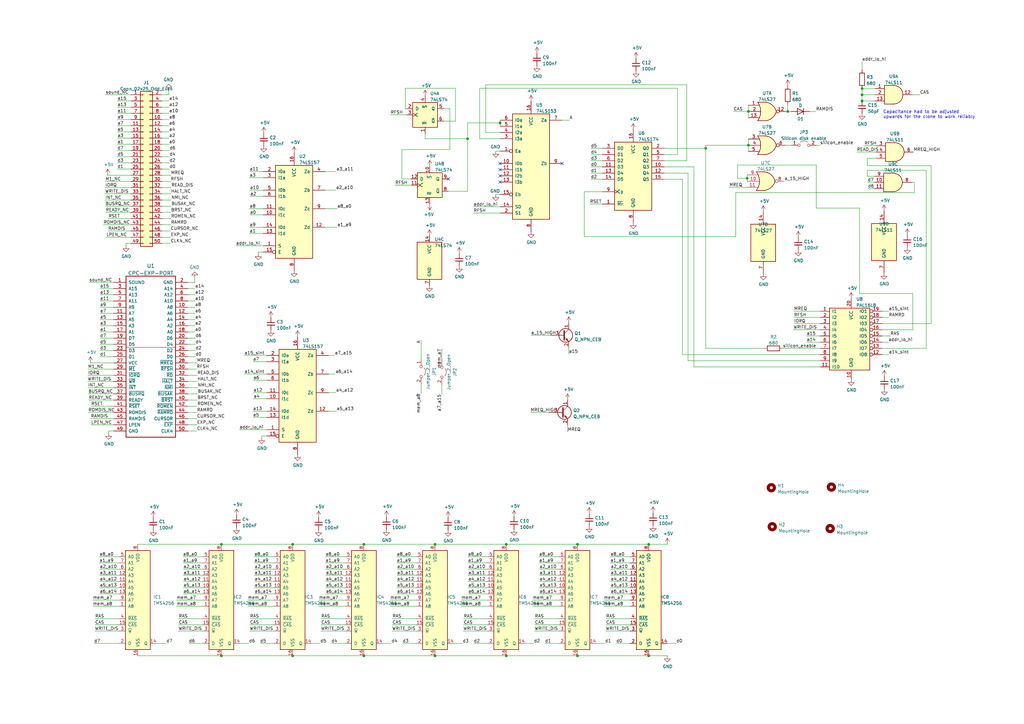
<source format=kicad_sch>
(kicad_sch (version 20211123) (generator eeschema)
  (paper "A3")
  (title_block (title "Memotron 256") (rev "1") (comment 1 "https://github.com/inmbolmie/memotron") (comment 2 "256KB memory expansion for the Amstrad CPC464 computer"))
  (junction (at 120.015 223.266))
  (junction (at 205.105 50.419))
  (junction (at 289.433 60.833))
  (junction (at 90.805 223.266))
  (junction (at 236.855 223.266))
  (junction (at 236.855 268.986))
  (junction (at 306.959 59.563))
  (junction (at 353.568 41.402))
  (junction (at 149.225 223.266))
  (junction (at 178.435 223.266))
  (junction (at 306.959 45.72))
  (junction (at 178.435 268.986))
  (junction (at 90.805 268.986))
  (junction (at 207.645 268.986))
  (junction (at 191.77 56.896))
  (junction (at 120.015 268.986))
  (junction (at 353.568 38.862))
  (junction (at 323.088 45.72))
  (junction (at 207.645 223.266))
  (junction (at 266.065 223.266))
  (junction (at 149.225 268.986))
  (junction (at 306.451 73.152))
  (junction (at 266.065 268.986))
  (junction (at 353.568 36.322))
  (no_connect (at 183.896 73.406))
  (no_connect (at 230.505 67.056))
  (no_connect (at 205.105 74.676))
  (no_connect (at 205.105 67.056))
  (no_connect (at 205.105 69.596))
  (no_connect (at 205.105 72.136))
  (wire (pts (xy 46.609 151.384) (xy 36.068 151.384)))
  (wire (pts (xy 46.609 123.444) (xy 41.021 123.444)))
  (wire (pts (xy 133.35 93.218) (xy 138.303 93.218)))
  (wire (pts (xy 250.444 243.586) (xy 258.445 243.586)))
  (wire (pts (xy 77.089 156.464) (xy 80.899 156.464)))
  (wire (pts (xy 109.347 171.196) (xy 103.759 171.196)))
  (wire (pts (xy 43.561 97.282) (xy 53.721 97.282)))
  (wire (pts (xy 66.421 89.662) (xy 70.104 89.662)))
  (wire (pts (xy 109.347 145.796) (xy 100.203 145.796)))
  (wire (pts (xy 336.423 135.255) (xy 325.374 135.255)))
  (wire (pts (xy 196.723 56.896) (xy 205.105 56.896)))
  (wire (pts (xy 375.031 74.803) (xy 373.888 74.803)))
  (wire (pts (xy 247.015 78.613) (xy 239.649 78.613)))
  (wire (pts (xy 336.423 147.955) (xy 282.194 147.955)))
  (wire (pts (xy 48.895 241.046) (xy 40.894 241.046)))
  (wire (pts (xy 53.721 51.562) (xy 48.133 51.562)))
  (wire (pts (xy 352.552 120.396) (xy 352.552 85.344)))
  (wire (pts (xy 164.846 61.341) (xy 184.531 61.341)))
  (wire (pts (xy 374.396 120.396) (xy 352.552 120.396)))
  (wire (pts (xy 53.721 69.342) (xy 48.133 69.342)))
  (wire (pts (xy 69.469 64.262) (xy 66.421 64.262)))
  (wire (pts (xy 66.421 56.642) (xy 69.342 56.642)))
  (wire (pts (xy 273.685 223.266) (xy 266.065 223.266)))
  (wire (pts (xy 77.089 120.904) (xy 80.01 120.904)))
  (wire (pts (xy 46.609 141.224) (xy 41.021 141.224)))
  (wire (pts (xy 200.025 228.346) (xy 191.897 228.346)))
  (wire (pts (xy 77.089 125.984) (xy 80.01 125.984)))
  (wire (pts (xy 69.977 99.822) (xy 66.421 99.822)))
  (wire (pts (xy 192.024 243.586) (xy 200.025 243.586)))
  (wire (pts (xy 53.721 38.862) (xy 43.307 38.862)))
  (wire (pts (xy 181.991 44.577) (xy 184.531 44.577)))
  (wire (pts (xy 205.105 79.756) (xy 203.327 79.756)))
  (wire (pts (xy 244.475 263.906) (xy 248.158 263.906)))
  (wire (pts (xy 80.137 141.224) (xy 77.089 141.224)))
  (wire (pts (xy 258.445 258.826) (xy 248.412 258.826)))
  (wire (pts (xy 75.184 238.506) (xy 83.185 238.506)))
  (wire (pts (xy 53.721 94.742) (xy 44.323 94.742)))
  (wire (pts (xy 107.95 72.898) (xy 102.362 72.898)))
  (wire (pts (xy 46.609 115.824) (xy 36.576 115.824)))
  (wire (pts (xy 112.395 258.826) (xy 102.362 258.826)))
  (wire (pts (xy 133.35 70.358) (xy 137.922 70.358)))
  (wire (pts (xy 46.609 128.524) (xy 41.021 128.524)))
  (wire (pts (xy 66.421 59.182) (xy 69.342 59.182)))
  (wire (pts (xy 205.105 84.836) (xy 194.183 84.836)))
  (wire (pts (xy 40.767 230.886) (xy 48.895 230.886)))
  (wire (pts (xy 355.727 67.945) (xy 355.727 64.897)))
  (wire (pts (xy 334.645 45.72) (xy 332.105 45.72)))
  (wire (pts (xy 53.721 64.262) (xy 48.133 64.262)))
  (wire (pts (xy 247.015 60.833) (xy 242.316 60.833)))
  (wire (pts (xy 133.604 243.586) (xy 141.605 243.586)))
  (wire (pts (xy 186.817 36.195) (xy 166.243 36.195)))
  (wire (pts (xy 190.119 256.286) (xy 200.025 256.286)))
  (wire (pts (xy 53.721 84.582) (xy 43.18 84.582)))
  (wire (pts (xy 207.645 223.266) (xy 236.855 223.266)))
  (wire (pts (xy 107.95 85.598) (xy 102.362 85.598)))
  (wire (pts (xy 192.024 238.506) (xy 200.025 238.506)))
  (wire (pts (xy 120.015 223.266) (xy 149.225 223.266)))
  (wire (pts (xy 98.425 263.906) (xy 102.108 263.906)))
  (wire (pts (xy 281.686 65.913) (xy 281.686 34.798)))
  (wire (pts (xy 77.089 115.824) (xy 79.883 115.824)))
  (wire (pts (xy 191.77 56.896) (xy 191.77 50.419)))
  (wire (pts (xy 53.721 89.662) (xy 44.45 89.662)))
  (wire (pts (xy 306.959 48.26) (xy 306.959 45.72)))
  (wire (pts (xy 289.433 59.563) (xy 306.959 59.563)))
  (wire (pts (xy 218.44 246.126) (xy 229.235 246.126)))
  (wire (pts (xy 217.551 169.164) (xy 225.171 169.164)))
  (wire (pts (xy 46.609 143.764) (xy 41.021 143.764)))
  (wire (pts (xy 358.648 77.343) (xy 355.981 77.343)))
  (wire (pts (xy 239.649 97.028) (xy 301.752 97.028)))
  (wire (pts (xy 219.329 256.286) (xy 229.235 256.286)))
  (wire (pts (xy 70.231 82.042) (xy 66.421 82.042)))
  (wire (pts (xy 181.229 147.574) (xy 181.229 143.002)))
  (wire (pts (xy 72.39 248.666) (xy 83.185 248.666)))
  (wire (pts (xy 361.823 145.415) (xy 364.49 145.415)))
  (wire (pts (xy 109.347 153.416) (xy 100.203 153.416)))
  (wire (pts (xy 277.876 36.195) (xy 196.723 36.195)))
  (wire (pts (xy 66.421 71.882) (xy 70.104 71.882)))
  (wire (pts (xy 219.329 253.746) (xy 229.235 253.746)))
  (wire (pts (xy 334.772 85.344) (xy 334.772 67.691)))
  (wire (pts (xy 334.772 67.691) (xy 302.514 67.691)))
  (wire (pts (xy 46.609 133.604) (xy 41.021 133.604)))
  (wire (pts (xy 66.421 54.102) (xy 69.342 54.102)))
  (wire (pts (xy 355.727 64.897) (xy 359.41 64.897)))
  (wire (pts (xy 46.609 164.084) (xy 36.322 164.084)))
  (wire (pts (xy 192.024 233.426) (xy 200.025 233.426)))
  (wire (pts (xy 138.049 168.656) (xy 134.747 168.656)))
  (wire (pts (xy 141.605 241.046) (xy 133.604 241.046)))
  (wire (pts (xy 44.577 176.784) (xy 44.577 177.673)))
  (wire (pts (xy 53.721 99.822) (xy 51.689 99.822)))
  (wire (pts (xy 247.65 248.666) (xy 258.445 248.666)))
  (wire (pts (xy 66.421 97.282) (xy 69.977 97.282)))
  (wire (pts (xy 69.215 38.862) (xy 69.215 37.084)))
  (wire (pts (xy 160.909 256.286) (xy 170.815 256.286)))
  (wire (pts (xy 112.395 228.346) (xy 104.267 228.346)))
  (wire (pts (xy 181.229 157.734) (xy 181.229 161.671)))
  (wire (pts (xy 135.89 263.906) (xy 141.605 263.906)))
  (wire (pts (xy 64.135 263.906) (xy 68.199 263.906)))
  (wire (pts (xy 162.814 233.426) (xy 170.815 233.426)))
  (wire (pts (xy 221.234 243.586) (xy 229.235 243.586)))
  (wire (pts (xy 325.628 127.635) (xy 336.423 127.635)))
  (wire (pts (xy 353.568 36.322) (xy 358.902 36.322)))
  (wire (pts (xy 69.977 94.742) (xy 66.421 94.742)))
  (wire (pts (xy 77.089 123.444) (xy 80.01 123.444)))
  (wire (pts (xy 102.489 88.138) (xy 107.95 88.138)))
  (wire (pts (xy 51.689 99.822) (xy 51.689 100.711)))
  (wire (pts (xy 200.025 241.046) (xy 192.024 241.046)))
  (wire (pts (xy 38.1 246.126) (xy 48.895 246.126)))
  (wire (pts (xy 131.699 256.286) (xy 141.605 256.286)))
  (wire (pts (xy 189.23 248.666) (xy 200.025 248.666)))
  (wire (pts (xy 203.327 61.976) (xy 205.105 61.976)))
  (wire (pts (xy 66.421 79.502) (xy 70.104 79.502)))
  (wire (pts (xy 336.423 140.335) (xy 330.835 140.335)))
  (wire (pts (xy 66.421 84.582) (xy 70.231 84.582)))
  (wire (pts (xy 120.015 268.986) (xy 149.225 268.986)))
  (wire (pts (xy 306.959 62.103) (xy 306.959 59.563)))
  (wire (pts (xy 229.235 235.966) (xy 221.234 235.966)))
  (wire (pts (xy 205.105 49.276) (xy 205.105 50.419)))
  (wire (pts (xy 46.609 176.784) (xy 44.577 176.784)))
  (wire (pts (xy 53.721 87.122) (xy 43.307 87.122)))
  (wire (pts (xy 170.815 241.046) (xy 162.814 241.046)))
  (wire (pts (xy 166.243 36.195) (xy 166.243 44.577)))
  (wire (pts (xy 43.053 79.502) (xy 53.721 79.502)))
  (wire (pts (xy 221.234 238.506) (xy 229.235 238.506)))
  (wire (pts (xy 233.299 142.621) (xy 233.299 145.161)))
  (wire (pts (xy 107.95 93.218) (xy 102.362 93.218)))
  (wire (pts (xy 164.846 73.406) (xy 164.846 61.341)))
  (wire (pts (xy 77.089 171.704) (xy 80.772 171.704)))
  (wire (pts (xy 301.752 97.028) (xy 301.752 78.994)))
  (wire (pts (xy 83.185 241.046) (xy 75.184 241.046)))
  (wire (pts (xy 273.685 263.906) (xy 277.368 263.906)))
  (wire (pts (xy 138.303 85.598) (xy 133.35 85.598)))
  (wire (pts (xy 284.607 68.453) (xy 272.415 68.453)))
  (wire (pts (xy 230.505 49.276) (xy 233.553 49.276)))
  (wire (pts (xy 127.635 263.906) (xy 131.318 263.906)))
  (wire (pts (xy 242.316 63.373) (xy 247.015 63.373)))
  (wire (pts (xy 109.347 168.656) (xy 103.759 168.656)))
  (wire (pts (xy 73.279 253.746) (xy 83.185 253.746)))
  (wire (pts (xy 53.721 76.962) (xy 43.18 76.962)))
  (wire (pts (xy 53.721 66.802) (xy 48.133 66.802)))
  (wire (pts (xy 165.1 263.906) (xy 170.815 263.906)))
  (wire (pts (xy 361.823 132.715) (xy 381.889 132.715)))
  (wire (pts (xy 109.347 155.956) (xy 103.886 155.956)))
  (wire (pts (xy 75.184 243.586) (xy 83.185 243.586)))
  (wire (pts (xy 46.609 153.924) (xy 36.068 153.924)))
  (wire (pts (xy 56.515 223.266) (xy 90.805 223.266)))
  (wire (pts (xy 66.421 74.422) (xy 69.977 74.422)))
  (wire (pts (xy 46.609 174.244) (xy 37.338 174.244)))
  (wire (pts (xy 194.183 87.376) (xy 205.105 87.376)))
  (wire (pts (xy 66.421 46.482) (xy 69.342 46.482)))
  (wire (pts (xy 46.609 125.984) (xy 41.021 125.984)))
  (wire (pts (xy 134.747 161.036) (xy 137.795 161.036)))
  (wire (pts (xy 361.823 130.175) (xy 364.49 130.175)))
  (wire (pts (xy 379.857 69.85) (xy 355.727 69.85)))
  (wire (pts (xy 325.628 132.715) (xy 336.423 132.715)))
  (wire (pts (xy 301.752 78.994) (xy 375.031 78.994)))
  (wire (pts (xy 83.185 228.346) (xy 75.057 228.346)))
  (wire (pts (xy 160.02 246.126) (xy 170.815 246.126)))
  (wire (pts (xy 358.648 74.803) (xy 355.854 74.803)))
  (wire (pts (xy 207.645 268.986) (xy 236.855 268.986)))
  (wire (pts (xy 53.721 74.422) (xy 43.18 74.422)))
  (wire (pts (xy 46.609 136.144) (xy 41.021 136.144)))
  (wire (pts (xy 48.895 235.966) (xy 40.894 235.966)))
  (wire (pts (xy 162.814 238.506) (xy 170.815 238.506)))
  (wire (pts (xy 53.721 54.102) (xy 48.133 54.102)))
  (wire (pts (xy 77.089 138.684) (xy 80.137 138.684)))
  (wire (pts (xy 53.721 61.722) (xy 48.133 61.722)))
  (wire (pts (xy 66.421 61.722) (xy 69.469 61.722)))
  (wire (pts (xy 306.451 76.835) (xy 299.085 76.835)))
  (wire (pts (xy 134.747 153.416) (xy 137.541 153.416)))
  (wire (pts (xy 174.371 56.896) (xy 191.77 56.896)))
  (wire (pts (xy 77.089 136.144) (xy 80.01 136.144)))
  (wire (pts (xy 141.605 258.826) (xy 131.572 258.826)))
  (wire (pts (xy 46.609 171.704) (xy 37.211 171.704)))
  (wire (pts (xy 35.941 156.464) (xy 46.609 156.464)))
  (wire (pts (xy 361.823 135.255) (xy 374.396 135.255)))
  (wire (pts (xy 313.436 142.875) (xy 289.433 142.875)))
  (wire (pts (xy 80.899 153.924) (xy 77.089 153.924)))
  (wire (pts (xy 79.883 115.824) (xy 79.883 114.046)))
  (wire (pts (xy 53.721 46.482) (xy 48.133 46.482)))
  (wire (pts (xy 38.989 256.286) (xy 48.895 256.286)))
  (wire (pts (xy 199.263 54.356) (xy 205.105 54.356)))
  (wire (pts (xy 353.568 41.402) (xy 353.568 38.862)))
  (wire (pts (xy 358.902 38.862) (xy 353.568 38.862)))
  (wire (pts (xy 46.609 169.164) (xy 36.195 169.164)))
  (wire (pts (xy 66.421 41.402) (xy 69.342 41.402)))
  (wire (pts (xy 355.727 72.263) (xy 358.648 72.263)))
  (wire (pts (xy 221.107 230.886) (xy 229.235 230.886)))
  (wire (pts (xy 196.723 36.195) (xy 196.723 56.896)))
  (wire (pts (xy 250.444 238.506) (xy 258.445 238.506)))
  (wire (pts (xy 232.791 174.244) (xy 232.791 177.165)))
  (wire (pts (xy 141.605 228.346) (xy 133.477 228.346)))
  (wire (pts (xy 40.894 238.506) (xy 48.895 238.506)))
  (wire (pts (xy 66.421 43.942) (xy 69.342 43.942)))
  (wire (pts (xy 77.089 143.764) (xy 80.137 143.764)))
  (wire (pts (xy 336.423 150.495) (xy 284.607 150.495)))
  (wire (pts (xy 101.6 248.666) (xy 112.395 248.666)))
  (wire (pts (xy 236.855 268.986) (xy 266.065 268.986)))
  (wire (pts (xy 281.686 34.798) (xy 199.263 34.798)))
  (wire (pts (xy 77.089 176.784) (xy 80.772 176.784)))
  (wire (pts (xy 353.568 28.702) (xy 353.568 25.273)))
  (wire (pts (xy 361.823 142.875) (xy 379.857 142.875)))
  (wire (pts (xy 247.015 68.453) (xy 242.316 68.453)))
  (wire (pts (xy 361.823 140.335) (xy 364.363 140.335)))
  (wire (pts (xy 289.433 60.833) (xy 289.433 142.875)))
  (wire (pts (xy 77.089 164.084) (xy 80.899 164.084)))
  (wire (pts (xy 112.395 241.046) (xy 104.394 241.046)))
  (wire (pts (xy 40.894 243.586) (xy 48.895 243.586)))
  (wire (pts (xy 168.656 73.406) (xy 164.846 73.406)))
  (wire (pts (xy 272.415 65.913) (xy 281.686 65.913)))
  (wire (pts (xy 323.088 45.72) (xy 324.485 45.72)))
  (wire (pts (xy 156.845 263.906) (xy 160.528 263.906)))
  (wire (pts (xy 252.73 263.906) (xy 258.445 263.906)))
  (wire (pts (xy 66.421 92.202) (xy 70.104 92.202)))
  (wire (pts (xy 53.721 49.022) (xy 48.133 49.022)))
  (wire (pts (xy 149.225 268.986) (xy 178.435 268.986)))
  (wire (pts (xy 184.531 61.341) (xy 184.531 44.577)))
  (wire (pts (xy 194.31 263.906) (xy 200.025 263.906)))
  (wire (pts (xy 46.609 148.844) (xy 37.084 148.844)))
  (wire (pts (xy 289.433 59.563) (xy 289.433 60.833)))
  (wire (pts (xy 247.65 246.126) (xy 258.445 246.126)))
  (wire (pts (xy 107.95 95.758) (xy 102.362 95.758)))
  (wire (pts (xy 77.089 166.624) (xy 80.899 166.624)))
  (wire (pts (xy 69.469 69.342) (xy 66.421 69.342)))
  (wire (pts (xy 90.805 268.986) (xy 120.015 268.986)))
  (wire (pts (xy 160.02 248.666) (xy 170.815 248.666)))
  (wire (pts (xy 77.089 151.384) (xy 80.645 151.384)))
  (wire (pts (xy 149.225 223.266) (xy 178.435 223.266)))
  (wire (pts (xy 223.52 263.906) (xy 229.235 263.906)))
  (wire (pts (xy 107.95 103.378) (xy 105.918 103.378)))
  (wire (pts (xy 137.795 77.978) (xy 133.35 77.978)))
  (wire (pts (xy 361.823 127.635) (xy 364.49 127.635)))
  (wire (pts (xy 250.444 233.426) (xy 258.445 233.426)))
  (wire (pts (xy 46.609 118.364) (xy 41.021 118.364)))
  (wire (pts (xy 229.235 228.346) (xy 221.107 228.346)))
  (wire (pts (xy 101.6 246.126) (xy 112.395 246.126)))
  (wire (pts (xy 48.895 263.906) (xy 38.608 263.906)))
  (wire (pts (xy 48.895 258.826) (xy 38.862 258.826)))
  (wire (pts (xy 272.415 60.833) (xy 289.433 60.833)))
  (wire (pts (xy 273.685 268.986) (xy 266.065 268.986)))
  (wire (pts (xy 104.394 233.426) (xy 112.395 233.426)))
  (wire (pts (xy 272.415 63.373) (xy 277.876 63.373)))
  (wire (pts (xy 66.421 38.862) (xy 69.215 38.862)))
  (wire (pts (xy 46.609 159.004) (xy 36.068 159.004)))
  (wire (pts (xy 107.95 70.358) (xy 102.362 70.358)))
  (wire (pts (xy 374.396 135.255) (xy 374.396 120.396)))
  (wire (pts (xy 200.025 258.826) (xy 189.992 258.826)))
  (wire (pts (xy 354.457 59.817) (xy 359.41 59.817)))
  (wire (pts (xy 53.721 56.642) (xy 48.133 56.642)))
  (wire (pts (xy 322.199 45.72) (xy 323.088 45.72)))
  (wire (pts (xy 172.72 157.48) (xy 172.72 161.417)))
  (wire (pts (xy 306.959 43.18) (xy 306.959 45.72)))
  (wire (pts (xy 258.445 235.966) (xy 250.444 235.966)))
  (wire (pts (xy 46.609 161.544) (xy 36.195 161.544)))
  (wire (pts (xy 56.515 268.986) (xy 90.805 268.986)))
  (wire (pts (xy 104.394 238.506) (xy 112.395 238.506)))
  (wire (pts (xy 336.296 59.563) (xy 334.772 59.563)))
  (wire (pts (xy 168.656 75.946) (xy 162.052 75.946)))
  (wire (pts (xy 77.089 169.164) (xy 80.772 169.164)))
  (wire (pts (xy 53.721 71.882) (xy 44.196 71.882)))
  (wire (pts (xy 109.347 178.816) (xy 107.315 178.816)))
  (wire (pts (xy 77.089 148.844) (xy 80.772 148.844)))
  (wire (pts (xy 186.817 49.657) (xy 186.817 36.195)))
  (wire (pts (xy 199.263 34.798) (xy 199.263 54.356)))
  (wire (pts (xy 107.315 178.816) (xy 107.315 179.451)))
  (wire (pts (xy 258.445 241.046) (xy 250.444 241.046)))
  (wire (pts (xy 190.119 253.746) (xy 200.025 253.746)))
  (wire (pts (xy 183.896 78.486) (xy 191.77 78.486)))
  (wire (pts (xy 186.055 263.906) (xy 189.738 263.906)))
  (wire (pts (xy 277.876 63.373) (xy 277.876 36.195)))
  (wire (pts (xy 137.287 145.796) (xy 134.747 145.796)))
  (wire (pts (xy 102.489 253.746) (xy 112.395 253.746)))
  (wire (pts (xy 46.609 166.624) (xy 37.338 166.624)))
  (wire (pts (xy 130.81 246.126) (xy 141.605 246.126)))
  (wire (pts (xy 191.77 50.419) (xy 205.105 50.419)))
  (wire (pts (xy 109.347 163.576) (xy 104.013 163.576)))
  (wire (pts (xy 102.616 80.518) (xy 107.95 80.518)))
  (wire (pts (xy 282.194 70.993) (xy 272.415 70.993)))
  (wire (pts (xy 133.604 238.506) (xy 141.605 238.506)))
  (wire (pts (xy 75.184 233.426) (xy 83.185 233.426)))
  (wire (pts (xy 105.918 103.378) (xy 105.918 104.013)))
  (wire (pts (xy 229.235 258.826) (xy 219.202 258.826)))
  (wire (pts (xy 106.68 263.906) (xy 112.395 263.906)))
  (wire (pts (xy 365.125 137.795) (xy 361.823 137.795)))
  (wire (pts (xy 353.568 38.862) (xy 353.568 36.322)))
  (wire (pts (xy 279.908 145.415) (xy 279.908 73.533)))
  (wire (pts (xy 46.609 146.304) (xy 41.021 146.304)))
  (wire (pts (xy 178.435 223.266) (xy 207.645 223.266)))
  (wire (pts (xy 375.031 78.994) (xy 375.031 74.803)))
  (wire (pts (xy 381.889 132.715) (xy 381.889 67.945)))
  (wire (pts (xy 90.805 223.266) (xy 120.015 223.266)))
  (wire (pts (xy 191.897 230.886) (xy 200.025 230.886)))
  (wire (pts (xy 83.185 258.826) (xy 73.152 258.826)))
  (wire (pts (xy 322.199 59.563) (xy 324.612 59.563)))
  (wire (pts (xy 336.423 145.415) (xy 279.908 145.415)))
  (wire (pts (xy 229.235 241.046) (xy 221.234 241.046)))
  (wire (pts (xy 189.23 246.126) (xy 200.025 246.126)))
  (wire (pts (xy 205.105 50.419) (xy 205.105 51.816)))
  (wire (pts (xy 46.609 120.904) (xy 41.021 120.904)))
  (wire (pts (xy 53.721 43.942) (xy 48.133 43.942)))
  (wire (pts (xy 107.95 100.838) (xy 96.774 100.838)))
  (wire (pts (xy 170.815 258.826) (xy 160.782 258.826)))
  (wire (pts (xy 130.81 248.666) (xy 141.605 248.666)))
  (wire (pts (xy 248.539 253.746) (xy 258.445 253.746)))
  (wire (pts (xy 162.687 230.886) (xy 170.815 230.886)))
  (wire (pts (xy 374.142 38.862) (xy 377.317 38.862)))
  (wire (pts (xy 77.089 159.004) (xy 81.026 159.004)))
  (wire (pts (xy 38.989 253.746) (xy 48.895 253.746)))
  (wire (pts (xy 250.317 230.886) (xy 258.445 230.886)))
  (wire (pts (xy 239.649 78.613) (xy 239.649 97.028)))
  (wire (pts (xy 104.267 230.886) (xy 112.395 230.886)))
  (wire (pts (xy 133.604 233.426) (xy 141.605 233.426)))
  (wire (pts (xy 53.721 41.402) (xy 48.133 41.402)))
  (wire (pts (xy 358.902 41.402) (xy 353.568 41.402)))
  (wire (pts (xy 236.855 223.266) (xy 266.065 223.266)))
  (wire (pts (xy 355.727 69.85) (xy 355.727 72.263)))
  (wire (pts (xy 112.395 235.966) (xy 104.394 235.966)))
  (wire (pts (xy 75.057 230.886) (xy 83.185 230.886)))
  (wire (pts (xy 83.185 235.966) (xy 75.184 235.966)))
  (wire (pts (xy 102.489 256.286) (xy 112.395 256.286)))
  (wire (pts (xy 379.857 142.875) (xy 379.857 69.85)))
  (wire (pts (xy 191.77 78.486) (xy 191.77 56.896)))
  (wire (pts (xy 162.814 243.586) (xy 170.815 243.586)))
  (wire (pts (xy 279.908 73.533) (xy 272.415 73.533)))
  (wire (pts (xy 43.18 82.042) (xy 53.721 82.042)))
  (wire (pts (xy 178.435 268.986) (xy 207.645 268.986)))
  (wire (pts (xy 166.243 44.577) (xy 166.751 44.577)))
  (wire (pts (xy 73.279 256.286) (xy 83.185 256.286)))
  (wire (pts (xy 48.895 228.346) (xy 40.767 228.346)))
  (wire (pts (xy 77.089 128.524) (xy 80.01 128.524)))
  (wire (pts (xy 306.451 73.152) (xy 306.451 71.755)))
  (wire (pts (xy 218.44 248.666) (xy 229.235 248.666)))
  (wire (pts (xy 77.089 133.604) (xy 80.01 133.604)))
  (wire (pts (xy 131.699 253.746) (xy 141.605 253.746)))
  (wire (pts (xy 247.015 73.533) (xy 242.316 73.533)))
  (wire (pts (xy 66.421 66.802) (xy 69.469 66.802)))
  (wire (pts (xy 46.609 138.684) (xy 41.021 138.684)))
  (wire (pts (xy 217.805 137.541) (xy 225.679 137.541)))
  (wire (pts (xy 53.721 59.182) (xy 48.133 59.182)))
  (wire (pts (xy 242.316 65.913) (xy 247.015 65.913)))
  (wire (pts (xy 215.265 263.906) (xy 218.948 263.906)))
  (wire (pts (xy 221.234 233.426) (xy 229.235 233.426)))
  (wire (pts (xy 336.423 130.175) (xy 325.628 130.175)))
  (wire (pts (xy 351.409 62.357) (xy 359.41 62.357)))
  (wire (pts (xy 170.815 228.346) (xy 162.687 228.346)))
  (wire (pts (xy 302.514 67.691) (xy 302.514 73.152)))
  (wire (pts (xy 174.371 56.896) (xy 174.371 54.737)))
  (wire (pts (xy 302.514 73.152) (xy 306.451 73.152)))
  (wire (pts (xy 72.39 246.126) (xy 83.185 246.126)))
  (wire (pts (xy 80.137 146.304) (xy 77.089 146.304)))
  (wire (pts (xy 109.347 148.336) (xy 103.759 148.336)))
  (wire (pts (xy 107.95 77.978) (xy 102.489 77.978)))
  (wire (pts (xy 258.445 228.346) (xy 250.317 228.346)))
  (wire (pts (xy 77.089 161.544) (xy 81.026 161.544)))
  (wire (pts (xy 336.423 142.875) (xy 321.056 142.875)))
  (wire (pts (xy 133.477 230.886) (xy 141.605 230.886)))
  (wire (pts (xy 381.889 67.945) (xy 355.727 67.945)))
  (wire (pts (xy 77.089 131.064) (xy 80.01 131.064)))
  (wire (pts (xy 109.347 176.276) (xy 98.171 176.276)))
  (wire (pts (xy 242.316 70.993) (xy 247.015 70.993)))
  (wire (pts (xy 170.815 235.966) (xy 162.814 235.966)))
  (wire (pts (xy 282.194 147.955) (xy 282.194 70.993)))
  (wire (pts (xy 247.015 83.693) (xy 241.935 83.693)))
  (wire (pts (xy 306.451 74.295) (xy 306.451 73.152)))
  (wire (pts (xy 160.909 253.746) (xy 170.815 253.746)))
  (wire (pts (xy 77.47 263.906) (xy 83.185 263.906)))
  (wire (pts (xy 70.104 87.122) (xy 66.421 87.122)))
  (wire (pts (xy 109.347 161.036) (xy 103.886 161.036)))
  (wire (pts (xy 323.088 42.926) (xy 323.088 45.72)))
  (wire (pts (xy 66.421 49.022) (xy 69.342 49.022)))
  (wire (pts (xy 181.991 49.657) (xy 186.817 49.657)))
  (wire (pts (xy 300.863 45.72) (xy 306.959 45.72)))
  (wire (pts (xy 38.1 248.666) (xy 48.895 248.666)))
  (wire (pts (xy 66.421 51.562) (xy 69.342 51.562)))
  (wire (pts (xy 141.605 235.966) (xy 133.604 235.966)))
  (wire (pts (xy 306.959 57.023) (xy 306.959 59.563)))
  (wire (pts (xy 352.552 85.344) (xy 334.772 85.344)))
  (wire (pts (xy 284.607 150.495) (xy 284.607 68.453)))
  (wire (pts (xy 53.721 92.202) (xy 42.418 92.202)))
  (wire (pts (xy 200.025 235.966) (xy 192.024 235.966)))
  (wire (pts (xy 248.539 256.286) (xy 258.445 256.286)))
  (wire (pts (xy 336.423 137.795) (xy 330.835 137.795)))
  (wire (pts (xy 40.894 233.426) (xy 48.895 233.426)))
  (wire (pts (xy 77.089 118.364) (xy 80.01 118.364)))
  (wire (pts (xy 70.231 76.962) (xy 66.421 76.962)))
  (wire (pts (xy 166.751 47.117) (xy 160.147 47.117)))
  (wire (pts (xy 172.72 139.573) (xy 172.72 147.32)))
  (wire (pts (xy 104.394 243.586) (xy 112.395 243.586)))
  (wire (pts (xy 46.609 131.064) (xy 41.021 131.064)))
  (wire (pts (xy 80.772 174.244) (xy 77.089 174.244)))
  (text "Capacitance had to be adjusted \nupwards for the clone to work reliably" (at 362.204 48.768 0) (effects (font (size 1.27 1.27)) (justify left bottom)))
  (label "a_15_HIGH" (at 321.691 74.295 0))
  (label "a1" (at 41.021 136.144 0))
  (label "CAS" (at 160.909 256.286 0))
  (label "ROMDIS_NC" (at 42.418 92.202 0))
  (label "a2_a10" (at 250.444 233.426 0))
  (label "d1" (at 223.52 263.906 0))
  (label "d3" (at 165.1 263.906 0))
  (label "LPEN_NC" (at 43.561 97.282 0))
  (label "a6_a14" (at 250.444 243.586 0))
  (label "mem_a8" (at 160.02 248.666 0))
  (label "CAS" (at 73.279 256.286 0))
  (label "a4_a12" (at 162.814 238.506 0))
  (label "d4" (at 242.316 63.373 0))
  (label "a2_a10" (at 75.184 233.426 0))
  (label "mem_a8" (at 130.81 248.666 0))
  (label "mem_a8" (at 218.44 248.666 0))
  (label "WRITE_DIS" (at 35.941 156.464 0))
  (label "d2" (at 69.469 66.802 0))
  (label "a7" (at 103.759 148.336 0))
  (label "CURSOR_NC" (at 69.977 94.742 0))
  (label "d4" (at 135.89 263.906 0))
  (label "RAS" (at 160.909 253.746 0))
  (label "d5" (at 106.68 263.906 0))
  (label "d0" (at 69.469 69.342 0))
  (label "WRITE_DIS" (at 160.782 258.826 0))
  (label "M1_NC" (at 36.068 151.384 0))
  (label "READY_NC" (at 36.322 164.084 0))
  (label "a8_a0" (at 162.687 228.346 0))
  (label "d6" (at 80.137 138.684 0))
  (label "BUSAK_NC" (at 81.026 161.544 0))
  (label "RAS" (at 190.119 253.746 0))
  (label "mem_a8" (at 172.72 161.417 270))
  (label "a2" (at 69.342 56.642 0))
  (label "LPEN_NC" (at 37.338 174.244 0))
  (label "addr_lo_hi" (at 98.171 176.276 0))
  (label "d3" (at 242.316 65.913 0))
  (label "a5_a13" (at 75.184 241.046 0))
  (label "d1" (at 242.316 70.993 0))
  (label "a14_sint" (at 100.203 153.416 0))
  (label "HALT_NC" (at 80.899 156.464 0))
  (label "RFSH" (at 194.183 87.376 0))
  (label "a3" (at 48.133 56.642 0))
  (label "a12" (at 69.342 43.942 0))
  (label "d2" (at 80.137 143.764 0))
  (label "mem_a7" (at 181.229 143.002 270))
  (label "a11" (at 48.133 46.482 0))
  (label "a11" (at 102.362 70.358 0))
  (label "READ_DIS" (at 80.899 153.924 0))
  (label "ROMEN_NC" (at 80.899 166.624 0))
  (label "a6_a14" (at 75.184 243.586 0))
  (label "a2_a10" (at 133.604 233.426 0))
  (label "MREQ_HIGH" (at 374.65 62.357 0))
  (label "d7" (at 68.199 263.906 0))
  (label "a8_a0" (at 133.477 228.346 0))
  (label "READY_NC" (at 43.307 87.122 0))
  (label "CAS" (at 248.539 256.286 0))
  (label "a13" (at 103.759 168.656 0))
  (label "a9" (at 41.021 125.984 0))
  (label "addr_lo_hi" (at 353.568 25.273 0))
  (label "a4_a12" (at 133.604 238.506 0))
  (label "a2_a10" (at 162.814 233.426 0))
  (label "RFSH" (at 160.147 47.117 0))
  (label "mem_a8" (at 38.1 248.666 0))
  (label "a8_a0" (at 191.897 228.346 0))
  (label "d0" (at 277.368 263.906 0))
  (label "M1_NC" (at 43.18 74.422 0))
  (label "d1" (at 248.158 263.906 0))
  (label "a10" (at 102.489 77.978 0))
  (label "a1_a9" (at 40.767 230.886 0))
  (label "a5" (at 103.759 171.196 0))
  (label "a_15_HIGH" (at 217.805 137.541 0))
  (label "a7" (at 48.133 51.562 0))
  (label "a1_a9" (at 75.057 230.886 0))
  (label "d2" (at 218.948 263.906 0))
  (label "RAS" (at 365.125 137.795 0))
  (label "BUSRQ_NC" (at 43.18 84.582 0))
  (label "CAS" (at 300.863 45.72 0))
  (label "d2" (at 194.31 263.906 0))
  (label "MREQ" (at 299.085 76.835 0))
  (label "a9" (at 102.362 93.218 0))
  (label "a2_a10" (at 40.894 233.426 0))
  (label "a5_a13" (at 192.024 241.046 0))
  (label "a6" (at 69.342 51.562 0))
  (label "CAS" (at 102.489 256.286 0))
  (label "a6_a14" (at 162.814 243.586 0))
  (label "a1_a9" (at 133.477 230.886 0))
  (label "IORQ" (at 43.18 76.962 0))
  (label "mem_a8" (at 101.6 248.666 0))
  (label "d6" (at 69.469 61.722 0))
  (label "a13" (at 48.133 43.942 0))
  (label "a12" (at 80.01 120.904 0))
  (label "a2_a10" (at 137.795 77.978 0))
  (label "silicon_enable" (at 321.056 142.875 0))
  (label "MREQ" (at 325.628 127.635 0))
  (label "a6_a14" (at 192.024 243.586 0))
  (label "RAMDIS" (at 37.211 171.704 0))
  (label "WRITE_DIS" (at 131.572 258.826 0))
  (label "a4" (at 80.01 131.064 0))
  (label "a4_a12" (at 75.184 238.506 0))
  (label "a10" (at 80.01 123.444 0))
  (label "RFSH" (at 325.628 130.175 0))
  (label "mem_a8" (at 247.65 248.666 0))
  (label "a3_a11" (at 162.814 235.966 0))
  (label "RAMRD" (at 70.104 92.202 0))
  (label "CAS" (at 38.989 256.286 0))
  (label "a2_a10" (at 104.394 233.426 0))
  (label "EXP_NC" (at 69.977 97.282 0))
  (label "a4_a12" (at 40.894 238.506 0))
  (label "a5" (at 41.021 131.064 0))
  (label "a8_a0" (at 104.267 228.346 0))
  (label "BUSRQ_NC" (at 36.195 161.544 0))
  (label "a7_a15" (at 181.229 161.671 270))
  (label "a8" (at 69.342 49.022 0))
  (label "a3_a11" (at 137.922 70.358 0))
  (label "a5_a13" (at 104.394 241.046 0))
  (label "d5" (at 242.316 60.833 0))
  (label "d7" (at 48.133 61.722 0))
  (label "d6" (at 355.981 77.343 0))
  (label "BRST_NC" (at 80.899 164.084 0))
  (label "a2_a10" (at 221.234 233.426 0))
  (label "READ_DIS" (at 351.409 62.357 0))
  (label "a3_a11" (at 40.894 235.966 0))
  (label "mem_a7" (at 101.6 246.126 0))
  (label "d7" (at 355.854 74.803 0))
  (label "d5" (at 131.318 263.906 0))
  (label "WRITE_DIS" (at 73.152 258.826 0))
  (label "RFSH" (at 354.457 59.817 0))
  (label "a6_a14" (at 133.604 243.586 0))
  (label "mem_a8" (at 72.39 248.666 0))
  (label "WRITE_DIS" (at 43.053 79.502 0))
  (label "a5" (at 48.133 54.102 0))
  (label "a15" (at 48.133 41.402 0))
  (label "WRITE_DIS" (at 325.374 135.255 0))
  (label "a6_a14" (at 104.394 243.586 0))
  (label "a9" (at 48.133 49.022 0))
  (label "NMI_NC" (at 81.026 159.004 0))
  (label "WRITE_DIS" (at 189.992 258.826 0))
  (label "INT_NC" (at 36.068 159.004 0))
  (label "a5_a13" (at 138.049 168.656 0))
  (label "mem_a8" (at 189.23 248.666 0))
  (label "RAMDIS" (at 44.323 94.742 0))
  (label "addr_lo_hi" (at 364.363 140.335 0))
  (label "RAS" (at 38.989 253.746 0))
  (label "WRITE_DIS" (at 102.362 258.826 0))
  (label "a6_a14" (at 137.541 153.416 0))
  (label "d5" (at 41.021 141.224 0))
  (label "d0" (at 252.73 263.906 0))
  (label "silicon_enable" (at 336.296 59.563 0))
  (label "a2" (at 102.616 80.518 0))
  (label "a3_a11" (at 104.394 235.966 0))
  (label "CAS" (at 377.317 38.862 0))
  (label "RAS" (at 102.489 253.746 0))
  (label "BUSAK_NC" (at 70.231 84.582 0))
  (label "a15" (at 41.021 118.364 0))
  (label "a3" (at 41.021 133.604 0))
  (label "RAMDIS" (at 334.645 45.72 0))
  (label "d0" (at 242.316 68.453 0))
  (label "NMI_NC" (at 70.231 82.042 0))
  (label "mem_a7" (at 247.65 246.126 0))
  (label "RAS" (at 131.699 253.746 0))
  (label "addr_lo_hi" (at 194.183 84.836 0))
  (label "CURSOR_NC" (at 80.772 171.704 0))
  (label "a1_a9" (at 104.267 230.886 0))
  (label "EXP_NC" (at 80.772 174.244 0))
  (label "CLK4_NC" (at 69.977 99.822 0))
  (label "a6" (at 103.886 155.956 0))
  (label "a8_a0" (at 250.317 228.346 0))
  (label "a5_a13" (at 40.894 241.046 0))
  (label "RFSH" (at 162.052 75.946 0))
  (label "HALT_NC" (at 70.104 79.502 0))
  (label "d1" (at 48.133 69.342 0))
  (label "a4_a12" (at 192.024 238.506 0))
  (label "a5_a13" (at 133.604 241.046 0))
  (label "a3_a11" (at 221.234 235.966 0))
  (label "a14" (at 69.342 41.402 0))
  (label "a15_sint" (at 364.49 127.635 0))
  (label "RAMRD" (at 80.772 169.164 0))
  (label "a3_a11" (at 75.184 235.966 0))
  (label "a8_a0" (at 75.057 228.346 0))
  (label "a1_a9" (at 138.303 93.218 0))
  (label "a0" (at 80.01 136.144 0))
  (label "a6" (at 80.01 128.524 0))
  (label "a8" (at 102.362 85.598 0))
  (label "a12" (at 103.886 161.036 0))
  (label "mem_a7" (at 38.1 246.126 0))
  (label "d5" (at 48.133 64.262 0))
  (label "a1_a9" (at 162.687 230.886 0))
  (label "addr_lo_hi" (at 96.774 100.838 0))
  (label "a1_a9" (at 221.107 230.886 0))
  (label "MREQ" (at 232.791 177.165 0))
  (label "a5_a13" (at 162.814 241.046 0))
  (label "a11" (at 41.021 123.444 0))
  (label "A" (at 172.72 139.573 270))
  (label "BRST_NC" (at 70.104 87.122 0))
  (label "mem_a7" (at 189.23 246.126 0))
  (label "a15_sint" (at 100.203 145.796 0))
  (label "a14" (at 330.835 140.335 0))
  (label "RSET" (at 241.935 83.693 0))
  (label "ROMEN_NC" (at 70.104 89.662 0))
  (label "CAS" (at 219.329 256.286 0))
  (label "d3" (at 41.021 143.764 0))
  (label "READ_DIS" (at 70.231 76.962 0))
  (label "IORQ" (at 36.068 153.924 0))
  (label "a3_a11" (at 192.024 235.966 0))
  (label "a3" (at 102.362 72.898 0))
  (label "a1" (at 48.133 59.182 0))
  (label "mem_a7" (at 72.39 246.126 0))
  (label "mem_a7" (at 218.44 246.126 0))
  (label "RFSH" (at 69.977 74.422 0))
  (label "a13" (at 41.021 120.904 0))
  (label "a14_sint" (at 364.49 145.415 0))
  (label "WRITE_DIS" (at 219.202 258.826 0))
  (label "ROMDIS_NC" (at 36.195 169.164 0))
  (label "WRITE_DIS" (at 248.412 258.826 0))
  (label "mem_a7" (at 160.02 246.126 0))
  (label "CLK4_NC" (at 80.772 176.784 0))
  (label "d4" (at 80.137 141.224 0))
  (label "a0" (at 102.489 88.138 0))
  (label "IORQ" (at 325.628 132.715 0))
  (label "d4" (at 160.528 263.906 0))
  (label "a0" (at 69.342 59.182 0))
  (label "A" (at 233.553 49.276 0))
  (label "d4" (at 69.469 64.262 0))
  (label "d7" (at 38.608 263.906 0))
  (label "a1_a9" (at 250.317 230.886 0))
  (label "RAS" (at 248.539 253.746 0))
  (label "d2" (at 242.316 73.533 0))
  (label "RAS" (at 219.329 253.746 0))
  (label "INT_NC" (at 43.18 82.042 0))
  (label "a8" (at 80.01 125.984 0))
  (label "RSET" (at 44.45 89.662 0))
  (label "a5_a13" (at 221.234 241.046 0))
  (label "d6" (at 102.108 263.906 0))
  (label "CAS" (at 131.699 256.286 0))
  (label "a3_a11" (at 250.444 235.966 0))
  (label "MREQ" (at 70.104 71.882 0))
  (label "a15" (at 233.299 145.161 0))
  (label "a1_a9" (at 191.897 230.886 0))
  (label "a4_a12" (at 221.234 238.506 0))
  (label "a14" (at 80.01 118.364 0))
  (label "CAS" (at 190.119 256.286 0))
  (label "RSET" (at 37.338 166.624 0))
  (label "sound_NC" (at 36.576 115.824 0))
  (label "a8_a0" (at 138.303 85.598 0))
  (label "a8_a0" (at 40.767 228.346 0))
  (label "a8_a0" (at 221.107 228.346 0))
  (label "a1" (at 102.362 95.758 0))
  (label "RAS" (at 73.279 253.746 0))
  (label "d6" (at 77.47 263.906 0))
  (label "a4_a12" (at 104.394 238.506 0))
  (label "a4_a12" (at 250.444 238.506 0))
  (label "RAMRD" (at 364.49 130.175 0))
  (label "d7" (at 41.021 138.684 0))
  (label "d0" (at 80.137 146.304 0))
  (label "MREQ" (at 80.772 148.844 0))
  (label "a5_a13" (at 250.444 241.046 0))
  (label "a6_a14" (at 40.894 243.586 0))
  (label "a7" (at 41.021 128.524 0))
  (label "a2" (at 80.01 133.604 0))
  (label "a15" (at 330.835 137.795 0))
  (label "sound_NC" (at 43.307 38.862 0))
  (label "mem_a7" (at 130.81 246.126 0))
  (label "a6_a14" (at 221.234 243.586 0))
  (label "WRITE_DIS" (at 38.862 258.826 0))
  (label "RFSH" (at 80.645 151.384 0))
  (label "a4" (at 104.013 163.576 0))
  (label "MREQ_HIGH" (at 217.551 169.164 0))
  (label "a2_a10" (at 192.024 233.426 0))
  (label "a7_a15" (at 137.287 145.796 0))
  (label "a3_a11" (at 133.604 235.966 0))
  (label "d3" (at 189.738 263.906 0))
  (label "d3" (at 48.133 66.802 0))
  (label "d1" (at 41.021 146.304 0))
  (label "a4_a12" (at 137.795 161.036 0))
  (label "a10" (at 69.342 46.482 0))
  (label "a4" (at 69.342 54.102 0))
  (symbol (lib_id "74xx:74LS74") (at 176.149 106.934 0) (unit 3)
    (property "Reference" "U4" (at 178.1684 98.1542 0) (effects (justify left)))
    (property "Value" "74LS74" (at 178.1684 100.6911 0) (effects (justify left)))
    (property "Footprint" "Package_DIP:DIP-14_W7.62mm" (effects hide))
    (property "Datasheet" "74xx/74hc_hct74.pdf" (effects hide))
  )
  (symbol (lib_id "power:+5V") (at 362.712 154.432 0) (unit 1)
    (property "Reference" "#PWR0151" (effects hide))
    (property "Value" "+5V" (at 363.093 150.0378 0))
  )
  (symbol (lib_id "power:GND") (at 183.769 217.424 0) (unit 1)
    (property "Reference" "#PWR0154" (effects hide))
    (property "Value" "GND" (at 183.896 221.8182 0))
  )
  (symbol (lib_id "power:+5V") (at 210.82 211.963 0) (unit 1)
    (property "Reference" "#PWR0156" (effects hide))
    (property "Value" "+5V" (at 211.201 207.5688 0))
  )
  (symbol (lib_id "power:+5V") (at 44.196 71.882 0) (unit 1)
    (property "Reference" "#PWR0166" (effects hide))
    (property "Value" "+5V" (at 44.577 67.4878 0))
  )
  (symbol (lib_id "power:GND") (at 267.843 215.519 0) (unit 1)
    (property "Reference" "#PWR0140" (effects hide))
    (property "Value" "GND" (at 267.97 219.9132 0))
  )
  (symbol (lib_id "Device:R") (at 323.088 39.116 0) (unit 1)
    (property "Reference" "R1" (at 324.866 38.2813 0) (effects (justify left)))
    (property "Value" "680" (at 324.866 40.8182 0) (effects (justify left)))
    (property "Footprint" "Resistor_THT:R_Axial_DIN0309_L9.0mm_D3.2mm_P15.24mm_Horizontal" (effects hide))
  )
  (symbol (lib_id "power:+5V") (at 176.149 96.774 0) (unit 1)
    (property "Reference" "#PWR0109" (effects hide))
    (property "Value" "+5V" (at 176.53 92.3798 0))
  )
  (symbol (lib_id "Device:R") (at 317.246 142.875 90) (unit 1)
    (property "Reference" "R2" (at 317.246 138.1592 90))
    (property "Value" "680" (at 317.246 140.6961 90))
    (property "Footprint" "Resistor_THT:R_Axial_DIN0309_L9.0mm_D3.2mm_P15.24mm_Horizontal" (effects hide))
  )
  (symbol (lib_id "power:+5V") (at 233.299 132.461 0) (unit 1)
    (property "Reference" "#PWR0105" (effects hide))
    (property "Value" "+5V" (at 233.68 128.0668 0))
  )
  (symbol (lib_id "Device:C_Small") (at 130.683 214.757 0) (unit 1)
    (property "Reference" "C5" (at 133.0071 213.9286 0) (effects (justify left)))
    (property "Value" "100nF" (at 133.0071 216.4655 0) (effects (justify left)))
    (property "Footprint" "Capacitor_THT:C_Disc_D6.0mm_W2.5mm_P5.00mm" (effects hide))
  )
  (symbol (lib_id "Mechanical:MountingHole") (at 340.487 216.789 0) (unit 1)
    (property "Reference" "H3" (at 343.027 215.9543 0) (effects (justify left)))
    (property "Value" "MountingHole" (at 343.027 218.4912 0) (effects (justify left)))
    (property "Footprint" "MountingHole:MountingHole_3.2mm_M3_DIN965" (effects hide))
  )
  (symbol (lib_id "Jumper:Jumper_2_Open") (at 181.229 152.654 270) (unit 1)
    (property "Reference" "JP2" (at 186.5798 152.654 0))
    (property "Value" "Jumper_2_Open" (at 184.0429 152.654 0))
    (property "Footprint" "Connector_PinHeader_2.54mm:PinHeader_1x02_P2.54mm_Vertical" (effects hide))
  )
  (symbol (lib_id "74xx:74LS27") (at 314.071 74.295 0) (unit 3)
    (property "Reference" "U7" (at 314.071 66.7852 0))
    (property "Value" "74LS27" (at 314.071 69.3221 0))
    (property "Footprint" "Package_DIP:DIP-14_W7.62mm" (effects hide))
    (property "Datasheet" "http://www.ti.com/lit/gpn/sn74LS27" (effects hide))
  )
  (symbol (lib_id "Device:C_Small") (at 241.681 213.233 0) (unit 1)
    (property "Reference" "C11" (at 244.0051 212.4046 0) (effects (justify left)))
    (property "Value" "100nF" (at 244.0051 214.9415 0) (effects (justify left)))
    (property "Footprint" "Capacitor_THT:C_Disc_D6.0mm_W2.5mm_P5.00mm" (effects hide))
  )
  (symbol (lib_id "power:GND") (at 44.577 177.673 0) (unit 1)
    (property "Reference" "#PWR0121" (effects hide))
    (property "Value" "GND" (at 44.704 182.0672 0))
  )
  (symbol (lib_id "Device:Q_NPN_CEB") (at 230.759 137.541 0) (unit 1)
    (property "Reference" "Q1" (at 235.6104 136.7063 0) (effects (justify left)))
    (property "Value" "Q_NPN_CEB" (at 235.6104 139.2432 0) (effects (justify left)))
    (property "Footprint" "Package_TO_SOT_THT:TO-92" (effects hide))
  )
  (symbol (lib_id "power:GND") (at 120.65 110.998 0) (unit 1)
    (property "Reference" "#PWR0102" (effects hide))
    (property "Value" "GND" (at 120.777 115.3922 0))
  )
  (symbol (lib_id "power:GND") (at 122.047 186.436 0) (unit 1)
    (property "Reference" "#PWR0120" (effects hide))
    (property "Value" "GND" (at 122.174 190.8302 0))
  )
  (symbol (lib_id "power:+5V") (at 327.406 97.409 0) (unit 1)
    (property "Reference" "#PWR0149" (effects hide))
    (property "Value" "+5V" (at 327.787 93.0148 0))
  )
  (symbol (lib_id "power:GND") (at 353.568 46.482 0) (unit 1)
    (property "Reference" "#PWR0142" (effects hide))
    (property "Value" "GND" (at 353.695 50.8762 0))
  )
  (symbol (lib_id "power:GND") (at 97.028 216.408 0) (unit 1)
    (property "Reference" "#PWR0134" (effects hide))
    (property "Value" "GND" (at 97.155 220.8022 0))
  )
  (symbol (lib_id "power:+5V") (at 174.371 39.497 0) (unit 1)
    (property "Reference" "#PWR0111" (effects hide))
    (property "Value" "+5V" (at 174.752 35.1028 0))
  )
  (symbol (lib_id "Device:R") (at 353.568 32.512 0) (unit 1)
    (property "Reference" "R3" (at 355.346 31.6773 0) (effects (justify left)))
    (property "Value" "680" (at 355.346 34.2142 0) (effects (justify left)))
    (property "Footprint" "Resistor_THT:R_Axial_DIN0309_L9.0mm_D3.2mm_P15.24mm_Horizontal" (effects hide))
  )
  (symbol (lib_id "Mechanical:MountingHole") (at 316.357 200.025 0) (unit 1)
    (property "Reference" "H1" (at 318.897 199.1903 0) (effects (justify left)))
    (property "Value" "MountingHole" (at 318.897 201.7272 0) (effects (justify left)))
    (property "Footprint" "MountingHole:MountingHole_3.2mm_M3_DIN965" (effects hide))
  )
  (symbol (lib_id "power:GND") (at 176.149 117.094 0) (unit 1)
    (property "Reference" "#PWR0110" (effects hide))
    (property "Value" "GND" (at 176.276 121.4882 0))
  )
  (symbol (lib_id "74xx:74LS153") (at 217.805 67.056 0) (unit 1)
    (property "Reference" "U5" (at 219.8244 43.0362 0) (effects (justify left)))
    (property "Value" "74LS153" (at 219.8244 45.5731 0) (effects (justify left)))
    (property "Footprint" "Package_DIP:DIP-16_W7.62mm" (effects hide))
    (property "Datasheet" "http://www.ti.com/lit/gpn/sn74LS153" (effects hide))
  )
  (symbol (lib_id "power:+5V") (at 120.65 62.738 0) (unit 1)
    (property "Reference" "#PWR0107" (effects hide))
    (property "Value" "+5V" (at 121.031 58.3438 0))
  )
  (symbol (lib_id "doragasu:CPC-EXP-PORT") (at 46.609 115.824 0) (unit 1)
    (property "Reference" "U1" (at 61.849 109.0475 0) (effects (font (size 1.524 1.524))))
    (property "Value" "CPC-EXP-PORT" (at 61.849 112.0409 0) (effects (font (size 1.524 1.524))))
    (property "Footprint" "mis_partes:edge_CPC_25x2" (effects hide))
  )
  (symbol (lib_id "PCII-System-Board-Custom-Parts:TMS4256") (at 236.855 246.126 0) (unit 1)
    (property "Reference" "IC7" (at 241.935 244.856 0) (effects (justify left)))
    (property "Value" "TMS4256" (at 241.935 247.396 0) (effects (justify left)))
    (property "Footprint" "Package_DIP:DIP-16_W7.62mm" (effects hide))
    (property "Datasheet" "https://archive.org/download/tms4164datasheetnov85/TMS4164-datasheet-nov85.pdf" (effects hide))
  )
  (symbol (lib_id "power:GND") (at 108.204 59.817 0) (unit 1)
    (property "Reference" "#PWR0164" (effects hide))
    (property "Value" "GND" (at 108.331 64.2112 0))
  )
  (symbol (lib_id "power:+5V") (at 111.125 130.302 0) (unit 1)
    (property "Reference" "#PWR0135" (effects hide))
    (property "Value" "+5V" (at 111.506 125.9078 0))
  )
  (symbol (lib_id "power:GND") (at 372.11 101.473 0) (unit 1)
    (property "Reference" "#PWR0144" (effects hide))
    (property "Value" "GND" (at 372.237 105.8672 0))
  )
  (symbol (lib_id "power:+5V") (at 313.055 86.868 0) (unit 1)
    (property "Reference" "#PWR0124" (effects hide))
    (property "Value" "+5V" (at 313.436 82.4738 0))
  )
  (symbol (lib_id "Device:C_Small") (at 362.712 156.972 0) (unit 1)
    (property "Reference" "C17" (at 365.0361 156.1436 0) (effects (justify left)))
    (property "Value" "100nF" (at 365.0361 158.6805 0) (effects (justify left)))
    (property "Footprint" "Capacitor_THT:C_Disc_D6.0mm_W2.5mm_P5.00mm" (effects hide))
  )
  (symbol (lib_id "74xx:74LS11") (at 366.522 38.862 0) (unit 1)
    (property "Reference" "U9" (at 366.522 31.3522 0))
    (property "Value" "74LS11" (at 366.522 33.8891 0))
    (property "Footprint" "Package_DIP:DIP-14_W7.62mm" (effects hide))
    (property "Datasheet" "http://www.ti.com/lit/gpn/sn74LS11" (effects hide))
  )
  (symbol (lib_id "74xx:74LS157") (at 122.047 161.036 0) (unit 1)
    (property "Reference" "U3" (at 124.0664 139.5562 0) (effects (justify left)))
    (property "Value" "74LS157" (at 124.0664 142.0931 0) (effects (justify left)))
    (property "Footprint" "Package_DIP:DIP-16_W7.62mm" (effects hide))
    (property "Datasheet" "http://www.ti.com/lit/gpn/sn74LS157" (effects hide))
  )
  (symbol (lib_id "power:+5V") (at 62.865 212.217 0) (unit 1)
    (property "Reference" "#PWR0133" (effects hide))
    (property "Value" "+5V" (at 63.246 207.8228 0))
  )
  (symbol (lib_id "power:GND") (at 51.689 100.711 0) (unit 1)
    (property "Reference" "#PWR0167" (effects hide))
    (property "Value" "GND" (at 51.816 105.1052 0))
  )
  (symbol (lib_id "74xx:74LS74") (at 176.276 75.946 0) (unit 2)
    (property "Reference" "U4" (at 178.2954 67.1662 0) (effects (justify left)))
    (property "Value" "74LS74" (at 178.2954 69.7031 0) (effects (justify left)))
    (property "Footprint" "Package_DIP:DIP-14_W7.62mm" (effects hide))
    (property "Datasheet" "74xx/74hc_hct74.pdf" (effects hide))
  )
  (symbol (lib_id "power:+5V") (at 259.715 53.213 0) (unit 1)
    (property "Reference" "#PWR0117" (effects hide))
    (property "Value" "+5V" (at 260.096 48.8188 0))
  )
  (symbol (lib_id "power:+5V") (at 97.028 211.328 0) (unit 1)
    (property "Reference" "#PWR0136" (effects hide))
    (property "Value" "+5V" (at 97.409 206.9338 0))
  )
  (symbol (lib_id "power:+5V") (at 158.496 212.09 0) (unit 1)
    (property "Reference" "#PWR0161" (effects hide))
    (property "Value" "+5V" (at 158.877 207.6958 0))
  )
  (symbol (lib_id "Device:C_Small") (at 210.82 214.503 0) (unit 1)
    (property "Reference" "C10" (at 213.1441 213.6746 0) (effects (justify left)))
    (property "Value" "100nF" (at 213.1441 216.2115 0) (effects (justify left)))
    (property "Footprint" "Capacitor_THT:C_Disc_D6.0mm_W2.5mm_P5.00mm" (effects hide))
  )
  (symbol (lib_id "Device:C_Small") (at 260.858 26.543 0) (unit 1)
    (property "Reference" "C12" (at 263.1821 25.7146 0) (effects (justify left)))
    (property "Value" "100nF" (at 263.1821 28.2515 0) (effects (justify left)))
    (property "Footprint" "Capacitor_THT:C_Disc_D6.0mm_W2.5mm_P5.00mm" (effects hide))
  )
  (symbol (lib_id "Device:C_Small") (at 353.568 43.942 0) (unit 1)
    (property "Reference" "C15" (at 355.8921 43.1136 0) (effects (justify left)))
    (property "Value" "56pF" (at 355.8921 45.6505 0) (effects (justify left)))
    (property "Footprint" "Capacitor_THT:C_Disc_D6.0mm_W2.5mm_P5.00mm" (effects hide))
  )
  (symbol (lib_id "Jumper:Jumper_2_Open") (at 172.72 152.4 270) (unit 1)
    (property "Reference" "JP1" (at 178.0708 152.4 0))
    (property "Value" "Jumper_2_Open" (at 175.5339 152.4 0))
    (property "Footprint" "Connector_PinHeader_2.54mm:PinHeader_1x02_P2.54mm_Vertical" (effects hide))
  )
  (symbol (lib_id "power:GND") (at 220.218 26.924 0) (unit 1)
    (property "Reference" "#PWR0147" (effects hide))
    (property "Value" "GND" (at 220.345 31.3182 0))
  )
  (symbol (lib_id "PCII-System-Board-Custom-Parts:TMS4256") (at 149.225 246.126 0) (unit 1)
    (property "Reference" "IC4" (at 154.305 244.856 0) (effects (justify left)))
    (property "Value" "TMS4256" (at 154.305 247.396 0) (effects (justify left)))
    (property "Footprint" "Package_DIP:DIP-16_W7.62mm" (effects hide))
    (property "Datasheet" "https://archive.org/download/tms4164datasheetnov85/TMS4164-datasheet-nov85.pdf" (effects hide))
  )
  (symbol (lib_id "power:+5V") (at 176.276 83.566 180) (unit 1)
    (property "Reference" "#PWR0108" (effects hide))
    (property "Value" "+5V" (at 175.895 87.9602 0))
  )
  (symbol (lib_id "PCII-System-Board-Custom-Parts:TMS4256") (at 266.065 246.126 0) (unit 1)
    (property "Reference" "IC8" (at 271.145 244.856 0) (effects (justify left)))
    (property "Value" "TMS4256" (at 271.145 247.396 0) (effects (justify left)))
    (property "Footprint" "Package_DIP:DIP-16_W7.62mm" (effects hide))
    (property "Datasheet" "https://archive.org/download/tms4164datasheetnov85/TMS4164-datasheet-nov85.pdf" (effects hide))
  )
  (symbol (lib_id "Jumper:Jumper_2_Open") (at 329.692 59.563 0) (unit 1)
    (property "Reference" "JP3" (at 329.692 54.2122 0))
    (property "Value" "Silicon disk enable" (at 329.692 56.7491 0))
    (property "Footprint" "Connector_PinHeader_2.54mm:PinHeader_1x02_P2.54mm_Vertical" (effects hide))
  )
  (symbol (lib_id "Device:Q_NPN_CEB") (at 230.251 169.164 0) (unit 1)
    (property "Reference" "Q2" (at 235.1024 168.3293 0) (effects (justify left)))
    (property "Value" "Q_NPN_CEB" (at 235.1024 170.8662 0) (effects (justify left)))
    (property "Footprint" "Package_TO_SOT_THT:TO-92" (effects hide))
  )
  (symbol (lib_id "PCII-System-Board-Custom-Parts:TMS4256") (at 207.645 246.126 0) (unit 1)
    (property "Reference" "IC6" (at 212.725 244.856 0) (effects (justify left)))
    (property "Value" "TMS4256" (at 212.725 247.396 0) (effects (justify left)))
    (property "Footprint" "Package_DIP:DIP-16_W7.62mm" (effects hide))
    (property "Datasheet" "https://archive.org/download/tms4164datasheetnov85/TMS4164-datasheet-nov85.pdf" (effects hide))
  )
  (symbol (lib_id "power:+5V") (at 130.683 212.217 0) (unit 1)
    (property "Reference" "#PWR0160" (effects hide))
    (property "Value" "+5V" (at 131.064 207.8228 0))
  )
  (symbol (lib_id "Device:C_Small") (at 108.204 57.277 0) (unit 1)
    (property "Reference" "C2" (at 110.5281 56.4486 0) (effects (justify left)))
    (property "Value" "100nF" (at 110.5281 58.9855 0) (effects (justify left)))
    (property "Footprint" "Capacitor_THT:C_Disc_D6.0mm_W2.5mm_P5.00mm" (effects hide))
  )
  (symbol (lib_id "power:GND") (at 241.681 215.773 0) (unit 1)
    (property "Reference" "#PWR0139" (effects hide))
    (property "Value" "GND" (at 241.808 220.1672 0))
  )
  (symbol (lib_id "Device:C_Small") (at 267.843 212.979 0) (unit 1)
    (property "Reference" "C13" (at 270.1671 212.1506 0) (effects (justify left)))
    (property "Value" "100nF" (at 270.1671 214.6875 0) (effects (justify left)))
    (property "Footprint" "Capacitor_THT:C_Disc_D6.0mm_W2.5mm_P5.00mm" (effects hide))
  )
  (symbol (lib_id "power:GND") (at 69.215 37.084 180) (unit 1)
    (property "Reference" "#PWR0165" (effects hide))
    (property "Value" "GND" (at 69.088 32.6898 0))
  )
  (symbol (lib_id "power:GND") (at 273.685 268.986 0) (unit 1)
    (property "Reference" "#PWR0122" (effects hide))
    (property "Value" "GND" (at 273.812 273.3802 0))
  )
  (symbol (lib_id "power:GND") (at 327.406 102.489 0) (unit 1)
    (property "Reference" "#PWR0150" (effects hide))
    (property "Value" "GND" (at 327.533 106.8832 0))
  )
  (symbol (lib_id "74xx:74LS157") (at 120.65 85.598 0) (unit 1)
    (property "Reference" "U2" (at 122.6694 64.1182 0) (effects (justify left)))
    (property "Value" "74LS157" (at 122.6694 66.6551 0) (effects (justify left)))
    (property "Footprint" "Package_DIP:DIP-16_W7.62mm" (effects hide))
    (property "Datasheet" "http://www.ti.com/lit/gpn/sn74LS157" (effects hide))
  )
  (symbol (lib_id "Device:C_Small") (at 111.125 132.842 0) (unit 1)
    (property "Reference" "C3" (at 113.4491 132.0136 0) (effects (justify left)))
    (property "Value" "100nF" (at 113.4491 134.5505 0) (effects (justify left)))
    (property "Footprint" "Capacitor_THT:C_Disc_D6.0mm_W2.5mm_P5.00mm" (effects hide))
  )
  (symbol (lib_id "Device:C_Small") (at 62.865 214.757 0) (unit 1)
    (property "Reference" "C1" (at 65.1891 213.9286 0) (effects (justify left)))
    (property "Value" "100nF" (at 65.1891 216.4655 0) (effects (justify left)))
    (property "Footprint" "Capacitor_THT:C_Disc_D6.0mm_W2.5mm_P5.00mm" (effects hide))
  )
  (symbol (lib_id "power:GND") (at 79.883 114.046 180) (unit 1)
    (property "Reference" "#PWR0101" (effects hide))
    (property "Value" "GND" (at 79.756 109.6518 0))
  )
  (symbol (lib_id "power:GND") (at 130.683 217.297 0) (unit 1)
    (property "Reference" "#PWR0159" (effects hide))
    (property "Value" "GND" (at 130.81 221.6912 0))
  )
  (symbol (lib_id "74xx:74LS27") (at 314.579 59.563 0) (unit 2)
    (property "Reference" "U7" (at 314.579 52.0532 0))
    (property "Value" "74LS27" (at 314.579 54.5901 0))
    (property "Footprint" "Package_DIP:DIP-14_W7.62mm" (effects hide))
    (property "Datasheet" "http://www.ti.com/lit/gpn/sn74LS27" (effects hide))
  )
  (symbol (lib_id "power:+5V") (at 267.843 210.439 0) (unit 1)
    (property "Reference" "#PWR0141" (effects hide))
    (property "Value" "+5V" (at 268.224 206.0448 0))
  )
  (symbol (lib_id "power:GND") (at 62.865 217.297 0) (unit 1)
    (property "Reference" "#PWR0132" (effects hide))
    (property "Value" "GND" (at 62.992 221.6912 0))
  )
  (symbol (lib_id "Device:C_Small") (at 97.028 213.868 0) (unit 1)
    (property "Reference" "C4" (at 99.3521 213.0396 0) (effects (justify left)))
    (property "Value" "100nF" (at 99.3521 215.5765 0) (effects (justify left)))
    (property "Footprint" "Capacitor_THT:C_Disc_D6.0mm_W2.5mm_P5.00mm" (effects hide))
  )
  (symbol (lib_id "power:+5V") (at 323.088 35.306 0) (unit 1)
    (property "Reference" "#PWR0127" (effects hide))
    (property "Value" "+5V" (at 323.469 30.9118 0))
  )
  (symbol (lib_id "Mechanical:MountingHole") (at 340.995 199.771 0) (unit 1)
    (property "Reference" "H4" (at 343.535 198.9363 0) (effects (justify left)))
    (property "Value" "MountingHole" (at 343.535 201.4732 0) (effects (justify left)))
    (property "Footprint" "MountingHole:MountingHole_3.2mm_M3_DIN965" (effects hide))
  )
  (symbol (lib_id "Device:C_Small") (at 327.406 99.949 0) (unit 1)
    (property "Reference" "C14" (at 329.7301 99.1206 0) (effects (justify left)))
    (property "Value" "100nF" (at 329.7301 101.6575 0) (effects (justify left)))
    (property "Footprint" "Capacitor_THT:C_Disc_D6.0mm_W2.5mm_P5.00mm" (effects hide))
  )
  (symbol (lib_id "power:GND") (at 105.918 104.013 0) (unit 1)
    (property "Reference" "#PWR0106" (effects hide))
    (property "Value" "GND" (at 106.045 108.4072 0))
  )
  (symbol (lib_id "Device:C_Small") (at 220.218 24.384 0) (unit 1)
    (property "Reference" "C9" (at 222.5421 23.5556 0) (effects (justify left)))
    (property "Value" "100nF" (at 222.5421 26.0925 0) (effects (justify left)))
    (property "Footprint" "Capacitor_THT:C_Disc_D6.0mm_W2.5mm_P5.00mm" (effects hide))
  )
  (symbol (lib_id "74xx:74LS174") (at 259.715 70.993 0) (unit 1)
    (property "Reference" "U6" (at 261.7344 54.5932 0) (effects (justify left)))
    (property "Value" "74LS174" (at 261.7344 57.1301 0) (effects (justify left)))
    (property "Footprint" "Package_DIP:DIP-16_W7.62mm" (effects hide))
    (property "Datasheet" "http://www.ti.com/lit/gpn/sn74LS174" (effects hide))
  )
  (symbol (lib_id "power:GND") (at 210.82 217.043 0) (unit 1)
    (property "Reference" "#PWR0155" (effects hide))
    (property "Value" "GND" (at 210.947 221.4372 0))
  )
  (symbol (lib_id "power:GND") (at 188.341 109.093 0) (unit 1)
    (property "Reference" "#PWR0158" (effects hide))
    (property "Value" "GND" (at 188.468 113.4872 0))
  )
  (symbol (lib_id "74xx:74LS27") (at 314.579 45.72 0) (unit 1)
    (property "Reference" "U7" (at 314.579 38.2102 0))
    (property "Value" "74LS27" (at 314.579 40.7471 0))
    (property "Footprint" "Package_DIP:DIP-14_W7.62mm" (effects hide))
    (property "Datasheet" "http://www.ti.com/lit/gpn/sn74LS27" (effects hide))
  )
  (symbol (lib_id "power:GND") (at 362.585 112.014 0) (unit 1)
    (property "Reference" "#PWR0129" (effects hide))
    (property "Value" "GND" (at 362.712 116.4082 0))
  )
  (symbol (lib_id "power:+5V") (at 362.585 86.614 0) (unit 1)
    (property "Reference" "#PWR0131" (effects hide))
    (property "Value" "+5V" (at 362.966 82.2198 0))
  )
  (symbol (lib_id "power:+5V") (at 349.123 122.555 0) (unit 1)
    (property "Reference" "#PWR0128" (effects hide))
    (property "Value" "+5V" (at 349.504 118.1608 0))
  )
  (symbol (lib_id "power:GND") (at 107.315 179.451 0) (unit 1)
    (property "Reference" "#PWR0103" (effects hide))
    (property "Value" "GND" (at 107.442 183.8452 0))
  )
  (symbol (lib_id "Device:C_Small") (at 183.769 214.884 0) (unit 1)
    (property "Reference" "C8" (at 186.0931 214.0556 0) (effects (justify left)))
    (property "Value" "100nF" (at 186.0931 216.5925 0) (effects (justify left)))
    (property "Footprint" "Capacitor_THT:C_Disc_D6.0mm_W2.5mm_P5.00mm" (effects hide))
  )
  (symbol (lib_id "Device:D") (at 328.295 45.72 180) (unit 1)
    (property "Reference" "D1" (at 328.295 48.768 0))
    (property "Value" "D" (at 328.295 43.2871 0))
    (property "Footprint" "Diode_THT:D_A-405_P10.16mm_Horizontal" (effects hide))
  )
  (symbol (lib_id "power:+5V") (at 188.341 104.013 0) (unit 1)
    (property "Reference" "#PWR0157" (effects hide))
    (property "Value" "+5V" (at 188.722 99.6188 0))
  )
  (symbol (lib_id "power:GND") (at 362.712 159.512 0) (unit 1)
    (property "Reference" "#PWR0152" (effects hide))
    (property "Value" "GND" (at 362.839 163.9062 0))
  )
  (symbol (lib_id "74xx:74LS27") (at 313.055 99.568 0) (unit 4)
    (property "Reference" "U7" (at 313.055 92.0582 0))
    (property "Value" "74LS27" (at 313.055 94.5951 0))
    (property "Footprint" "Package_DIP:DIP-14_W7.62mm" (effects hide))
    (property "Datasheet" "http://www.ti.com/lit/gpn/sn74LS27" (effects hide))
  )
  (symbol (lib_id "74xx:74LS74") (at 174.371 47.117 0) (unit 1)
    (property "Reference" "U4" (at 176.3904 38.3372 0) (effects (justify left)))
    (property "Value" "74LS74" (at 176.3904 40.8741 0) (effects (justify left)))
    (property "Footprint" "Package_DIP:DIP-14_W7.62mm" (effects hide))
    (property "Datasheet" "74xx/74hc_hct74.pdf" (effects hide))
  )
  (symbol (lib_id "power:+5V") (at 176.276 68.326 0) (unit 1)
    (property "Reference" "#PWR0112" (effects hide))
    (property "Value" "+5V" (at 176.657 63.9318 0))
  )
  (symbol (lib_id "power:+5V") (at 372.11 96.393 0) (unit 1)
    (property "Reference" "#PWR0143" (effects hide))
    (property "Value" "+5V" (at 372.491 91.9988 0))
  )
  (symbol (lib_id "power:GND") (at 111.125 135.382 0) (unit 1)
    (property "Reference" "#PWR0137" (effects hide))
    (property "Value" "GND" (at 111.252 139.7762 0))
  )
  (symbol (lib_id "Device:C_Small") (at 188.341 106.553 0) (unit 1)
    (property "Reference" "C7" (at 190.6651 105.7246 0) (effects (justify left)))
    (property "Value" "100nF" (at 190.6651 108.2615 0) (effects (justify left)))
    (property "Footprint" "Capacitor_THT:C_Disc_D6.0mm_W2.5mm_P5.00mm" (effects hide))
  )
  (symbol (lib_id "power:GND") (at 217.805 94.996 0) (unit 1)
    (property "Reference" "#PWR0114" (effects hide))
    (property "Value" "GND" (at 217.932 99.3902 0))
  )
  (symbol (lib_id "Mechanical:MountingHole") (at 316.738 216.027 0) (unit 1)
    (property "Reference" "H2" (at 319.278 215.1923 0) (effects (justify left)))
    (property "Value" "MountingHole" (at 319.278 217.7292 0) (effects (justify left)))
    (property "Footprint" "MountingHole:MountingHole_3.2mm_M3_DIN965" (effects hide))
  )
  (symbol (lib_id "power:GND") (at 349.123 155.575 0) (unit 1)
    (property "Reference" "#PWR0130" (effects hide))
    (property "Value" "GND" (at 349.25 159.9692 0))
  )
  (symbol (lib_id "power:GND") (at 203.327 79.756 0) (unit 1)
    (property "Reference" "#PWR0113" (effects hide))
    (property "Value" "GND" (at 203.073 78.359 0))
  )
  (symbol (lib_id "power:GND") (at 158.496 217.17 0) (unit 1)
    (property "Reference" "#PWR0162" (effects hide))
    (property "Value" "GND" (at 158.623 221.5642 0))
  )
  (symbol (lib_id "power:GND") (at 259.715 91.313 0) (unit 1)
    (property "Reference" "#PWR0118" (effects hide))
    (property "Value" "GND" (at 259.842 95.7072 0))
  )
  (symbol (lib_id "power:GND") (at 260.858 29.083 0) (unit 1)
    (property "Reference" "#PWR0145" (effects hide))
    (property "Value" "GND" (at 260.985 33.4772 0))
  )
  (symbol (lib_id "74xx:74LS11") (at 367.03 62.357 0) (unit 2)
    (property "Reference" "U9" (at 367.03 54.8472 0))
    (property "Value" "74LS11" (at 367.03 57.3841 0))
    (property "Footprint" "Package_DIP:DIP-14_W7.62mm" (effects hide))
    (property "Datasheet" "http://www.ti.com/lit/gpn/sn74LS11" (effects hide))
  )
  (symbol (lib_id "power:+5V") (at 37.084 148.844 0) (unit 1)
    (property "Reference" "#PWR0119" (effects hide))
    (property "Value" "+5V" (at 37.465 144.4498 0))
  )
  (symbol (lib_id "power:GND") (at 313.055 112.268 0) (unit 1)
    (property "Reference" "#PWR0125" (effects hide))
    (property "Value" "GND" (at 313.182 116.6622 0))
  )
  (symbol (lib_id "PCII-System-Board-Custom-Parts:TMS4256") (at 178.435 246.126 0) (unit 1)
    (property "Reference" "IC5" (at 183.515 244.856 0) (effects (justify left)))
    (property "Value" "TMS4256" (at 183.515 247.396 0) (effects (justify left)))
    (property "Footprint" "Package_DIP:DIP-16_W7.62mm" (effects hide))
    (property "Datasheet" "https://archive.org/download/tms4164datasheetnov85/TMS4164-datasheet-nov85.pdf" (effects hide))
  )
  (symbol (lib_id "PCII-System-Board-Custom-Parts:TMS4256") (at 120.015 246.126 0) (unit 1)
    (property "Reference" "IC3" (at 125.095 244.856 0) (effects (justify left)))
    (property "Value" "TMS4256" (at 125.095 247.396 0) (effects (justify left)))
    (property "Footprint" "Package_DIP:DIP-16_W7.62mm" (effects hide))
    (property "Datasheet" "https://archive.org/download/tms4164datasheetnov85/TMS4164-datasheet-nov85.pdf" (effects hide))
  )
  (symbol (lib_id "PCII-System-Board-Custom-Parts:TMS4256") (at 90.805 246.126 0) (unit 1)
    (property "Reference" "IC2" (at 95.885 244.856 0) (effects (justify left)))
    (property "Value" "TMS4256" (at 95.885 247.396 0) (effects (justify left)))
    (property "Footprint" "Package_DIP:DIP-16_W7.62mm" (effects hide))
    (property "Datasheet" "https://archive.org/download/tms4164datasheetnov85/TMS4164-datasheet-nov85.pdf" (effects hide))
  )
  (symbol (lib_id "power:+5V") (at 241.681 210.693 0) (unit 1)
    (property "Reference" "#PWR0138" (effects hide))
    (property "Value" "+5V" (at 242.062 206.2988 0))
  )
  (symbol (lib_id "power:+5V") (at 217.805 41.656 0) (unit 1)
    (property "Reference" "#PWR0116" (effects hide))
    (property "Value" "+5V" (at 218.186 37.2618 0))
  )
  (symbol (lib_id "power:+5V") (at 260.858 24.003 0) (unit 1)
    (property "Reference" "#PWR0146" (effects hide))
    (property "Value" "+5V" (at 261.239 19.6088 0))
  )
  (symbol (lib_id "Connector_Generic:Conn_02x25_Odd_Even") (at 58.801 69.342 0) (unit 1)
    (property "Reference" "J1" (at 60.071 33.8922 0))
    (property "Value" "Conn_02x25_Odd_Even" (at 60.071 36.4291 0))
    (property "Footprint" "mis_partes:PinHeader_2x25_P2.54mm_Horizontal" (effects hide))
  )
  (symbol (lib_id "power:+5V") (at 108.204 54.737 0) (unit 1)
    (property "Reference" "#PWR0163" (effects hide))
    (property "Value" "+5V" (at 108.585 50.3428 0))
  )
  (symbol (lib_id "74xx:74LS11") (at 366.268 74.803 0) (unit 3)
    (property "Reference" "U9" (at 366.268 67.2932 0))
    (property "Value" "74LS11" (at 366.268 69.8301 0))
    (property "Footprint" "Package_DIP:DIP-14_W7.62mm" (effects hide))
    (property "Datasheet" "http://www.ti.com/lit/gpn/sn74LS11" (effects hide))
  )
  (symbol (lib_id "Logic_Programmable:PAL16L8") (at 349.123 140.335 0) (unit 1)
    (property "Reference" "U8" (at 351.1424 122.6652 0) (effects (justify left)))
    (property "Value" "PAL16L8" (at 351.1424 125.2021 0) (effects (justify left)))
    (property "Footprint" "Package_DIP:DIP-20_W7.62mm" (effects hide))
  )
  (symbol (lib_id "power:+5V") (at 273.685 223.266 0) (unit 1)
    (property "Reference" "#PWR0123" (effects hide))
    (property "Value" "+5V" (at 274.066 218.8718 0))
  )
  (symbol (lib_id "power:+5V") (at 220.218 21.844 0) (unit 1)
    (property "Reference" "#PWR0148" (effects hide))
    (property "Value" "+5V" (at 220.599 17.4498 0))
  )
  (symbol (lib_id "power:GND") (at 203.327 61.976 0) (unit 1)
    (property "Reference" "#PWR0115" (effects hide))
    (property "Value" "GND" (at 203.2 60.198 0))
  )
  (symbol (lib_id "Device:C_Small") (at 158.496 214.63 0) (unit 1)
    (property "Reference" "C6" (at 160.8201 213.8016 0) (effects (justify left)))
    (property "Value" "100nF" (at 160.8201 216.3385 0) (effects (justify left)))
    (property "Footprint" "Capacitor_THT:C_Disc_D6.0mm_W2.5mm_P5.00mm" (effects hide))
  )
  (symbol (lib_id "PCII-System-Board-Custom-Parts:TMS4256") (at 56.515 246.126 0) (unit 1)
    (property "Reference" "IC1" (at 62.865 244.856 0) (effects (justify left)))
    (property "Value" "TMS4256" (at 62.865 247.396 0) (effects (justify left)))
    (property "Footprint" "Package_DIP:DIP-16_W7.62mm" (effects hide))
    (property "Datasheet" "https://archive.org/download/tms4164datasheetnov85/TMS4164-datasheet-nov85.pdf" (effects hide))
  )
  (symbol (lib_id "Device:C_Small") (at 372.11 98.933 0) (unit 1)
    (property "Reference" "C16" (at 374.4341 98.1046 0) (effects (justify left)))
    (property "Value" "100nF" (at 374.4341 100.6415 0) (effects (justify left)))
    (property "Footprint" "Capacitor_THT:C_Disc_D6.0mm_W2.5mm_P5.00mm" (effects hide))
  )
  (symbol (lib_id "power:+5V") (at 183.769 212.344 0) (unit 1)
    (property "Reference" "#PWR0153" (effects hide))
    (property "Value" "+5V" (at 184.15 207.9498 0))
  )
  (symbol (lib_id "power:+5V") (at 122.047 138.176 0) (unit 1)
    (property "Reference" "#PWR0104" (effects hide))
    (property "Value" "+5V" (at 122.428 133.7818 0))
  )
  (symbol (lib_id "power:+5V") (at 232.791 164.084 0) (unit 1)
    (property "Reference" "#PWR0126" (effects hide))
    (property "Value" "+5V" (at 233.172 159.6898 0))
  )
  (symbol (lib_id "74xx:74LS11") (at 362.585 99.314 0) (unit 4)
    (property "Reference" "U9" (at 362.585 91.8042 0))
    (property "Value" "74LS11" (at 362.585 94.3411 0))
    (property "Footprint" "Package_DIP:DIP-14_W7.62mm" (effects hide))
    (property "Datasheet" "http://www.ti.com/lit/gpn/sn74LS11" (effects hide))
  )
)
</source>
